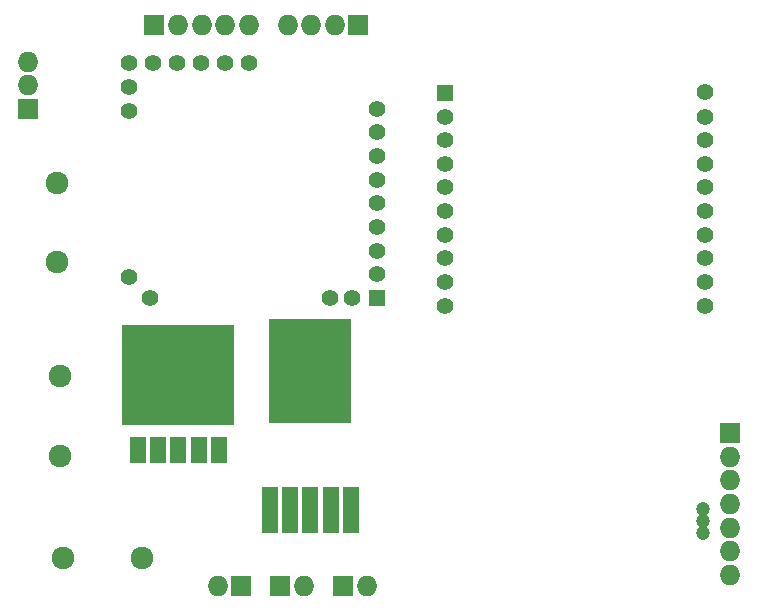
<source format=gbr>
G04 #@! TF.FileFunction,Soldermask,Top*
%FSLAX46Y46*%
G04 Gerber Fmt 4.6, Leading zero omitted, Abs format (unit mm)*
G04 Created by KiCad (PCBNEW 4.0.7-e2-6376~58~ubuntu16.04.1) date Thu Jun 21 09:26:38 2018*
%MOMM*%
%LPD*%
G01*
G04 APERTURE LIST*
%ADD10C,0.100000*%
%ADD11C,1.924000*%
%ADD12R,1.408000X1.408000*%
%ADD13C,1.408000*%
%ADD14C,1.200000*%
%ADD15R,1.750000X1.750000*%
%ADD16O,1.750000X1.750000*%
%ADD17R,1.365200X3.905200*%
%ADD18R,6.953200X8.858200*%
%ADD19R,1.460000X2.320000*%
%ADD20R,9.490000X8.520000*%
G04 APERTURE END LIST*
D10*
D11*
X106553000Y-85725000D03*
X106553000Y-92456000D03*
D12*
X133620000Y-95478000D03*
D13*
X133620000Y-93478000D03*
X133620000Y-91478000D03*
X133620000Y-89478000D03*
X133620000Y-87478000D03*
X133620000Y-85478000D03*
X133620000Y-83478000D03*
X133620000Y-81478000D03*
X133620000Y-79478000D03*
X131572000Y-95504000D03*
X129667000Y-95504000D03*
X112649000Y-75565000D03*
X112649000Y-77597000D03*
X112649000Y-79629000D03*
X114681000Y-75565000D03*
X116713000Y-75565000D03*
X118745000Y-75565000D03*
X120777000Y-75565000D03*
X122809000Y-75565000D03*
X114427000Y-95504000D03*
X112649000Y-93726000D03*
D14*
X161290000Y-113385600D03*
X161290000Y-114401600D03*
X161290000Y-115417600D03*
D11*
X106807000Y-108839000D03*
X106807000Y-102108000D03*
D15*
X132080000Y-72390000D03*
D16*
X130080000Y-72390000D03*
X128080000Y-72390000D03*
X126080000Y-72390000D03*
D15*
X122174000Y-119888000D03*
D16*
X120174000Y-119888000D03*
D15*
X125476000Y-119888000D03*
D16*
X127476000Y-119888000D03*
D15*
X130810000Y-119888000D03*
D16*
X132810000Y-119888000D03*
D11*
X107061000Y-117475000D03*
X113792000Y-117475000D03*
D15*
X163576000Y-106934000D03*
D16*
X163576000Y-108934000D03*
X163576000Y-110934000D03*
X163576000Y-112934000D03*
X163576000Y-114934000D03*
X163576000Y-116934000D03*
X163576000Y-118934000D03*
D12*
X139446000Y-78130400D03*
D13*
X139430000Y-80131000D03*
X139430000Y-82131000D03*
X139430000Y-84131000D03*
X139430000Y-86131000D03*
X139430000Y-88131000D03*
X139430000Y-90131000D03*
X139430000Y-92131000D03*
X139430000Y-94131000D03*
X139430000Y-96131000D03*
X161442400Y-78079600D03*
X161430000Y-80131000D03*
X161430000Y-82131000D03*
X161430000Y-84131000D03*
X161430000Y-86131000D03*
X161430000Y-88131000D03*
X161430000Y-90131000D03*
X161430000Y-92131000D03*
X161430000Y-94131000D03*
X161430000Y-96131000D03*
D17*
X124612400Y-113449100D03*
X126314200Y-113449100D03*
X128016000Y-113449100D03*
X129717800Y-113449100D03*
X131419600Y-113449100D03*
D18*
X128016000Y-101650800D03*
D19*
X113400000Y-108372000D03*
X115120000Y-108372000D03*
X116840000Y-108372000D03*
X118560000Y-108372000D03*
X120280000Y-108372000D03*
D20*
X116840000Y-101992000D03*
D15*
X104140000Y-79502000D03*
D16*
X104140000Y-77502000D03*
X104140000Y-75502000D03*
D15*
X114808000Y-72390000D03*
D16*
X116808000Y-72390000D03*
X118808000Y-72390000D03*
X120808000Y-72390000D03*
X122808000Y-72390000D03*
M02*

</source>
